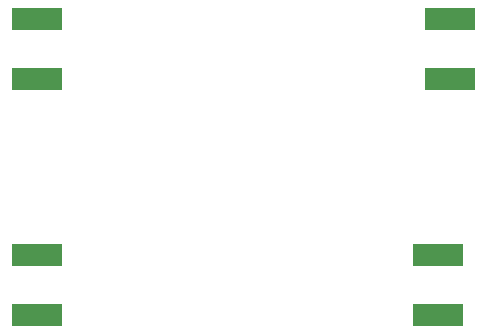
<source format=gbs>
G04*
G04 #@! TF.GenerationSoftware,Altium Limited,Altium Designer,24.5.2 (23)*
G04*
G04 Layer_Color=16711935*
%FSLAX25Y25*%
%MOIN*%
G70*
G04*
G04 #@! TF.SameCoordinates,1BA70C70-AC76-4000-BBC4-16FF1EE58307*
G04*
G04*
G04 #@! TF.FilePolarity,Negative*
G04*
G01*
G75*
%ADD20R,0.16800X0.07800*%
D20*
X157480Y183228D02*
D03*
Y163228D02*
D03*
X19685D02*
D03*
Y183228D02*
D03*
Y84488D02*
D03*
Y104488D02*
D03*
X153543D02*
D03*
Y84488D02*
D03*
M02*

</source>
